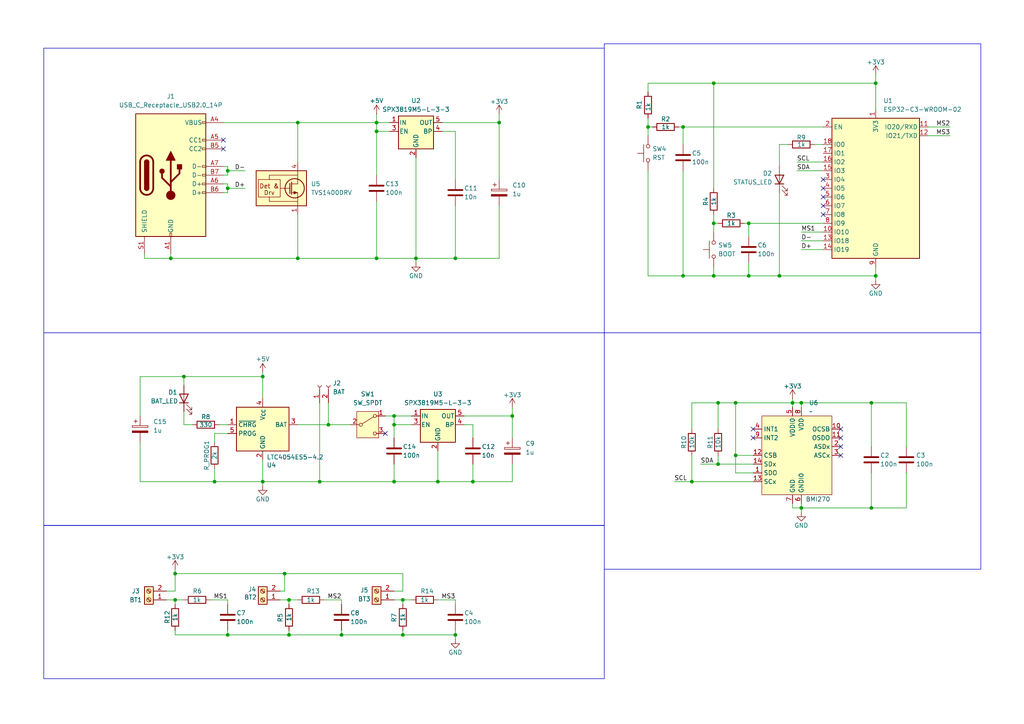
<source format=kicad_sch>
(kicad_sch (version 20231120) (generator "eeschema") (generator_version "8.0")
  (paper "A4")
  (lib_symbols
    (symbol "BMI270:BMI270"
      (property "Reference" "U" (at 5.08 13.97 0))
      (symbol "BMI270_1_1"
        (rectangle (start -10.16 12.7) (end 10.16 -10.16) (fill (type background)))
        (text "BMI270" (at 2.54 -11.43 0) (effects (font (size 1.27 1.27)) (justify left)))
        (pin bidirectional line (at -12.7 -3.81 0) (length 2.54) (name "SDO") (number "1"))
        (pin input line (at 12.7 8.89 180) (length 2.54) (name "OCSB") (number "10"))
        (pin output line (at 12.7 6.35 180) (length 2.54) (name "OSDO") (number "11"))
        (pin output line (at -12.7 1.27 0) (length 2.54) (name "CSB") (number "12"))
        (pin input line (at -12.7 -6.35 0) (length 2.54) (name "SCx") (number "13"))
        (pin bidirectional line (at -12.7 -1.27 0) (length 2.54) (name "SDx") (number "14"))
        (pin bidirectional line (at 12.7 3.81 180) (length 2.54) (name "ASDx") (number "2"))
        (pin bidirectional line (at 12.7 1.27 180) (length 2.54) (name "ASCx") (number "3"))
        (pin bidirectional line (at -12.7 8.89 0) (length 2.54) (name "INT1") (number "4"))
        (pin power_in line (at -1.27 15.24 270) (length 2.54) (name "VDDI0") (number "5"))
        (pin power_in line (at 1.27 -12.7 90) (length 2.54) (name "GNDI0") (number "6"))
        (pin power_in line (at -1.27 -12.7 90) (length 2.54) (name "GND") (number "7"))
        (pin power_in line (at 1.27 15.24 270) (length 2.54) (name "VDD") (number "8"))
        (pin bidirectional line (at -12.7 6.35 0) (length 2.54) (name "INT2") (number "9"))
      )
    )
    (symbol "Battery_Management:LTC4054ES5-4.2"
      (property "Reference" "U" (at -5.842 6.604 0))
      (property "Value" "LTC4054ES5-4.2" (at 1.524 6.604 0))
      (symbol "LTC4054ES5-4.2_0_1"
        (rectangle (start -7.62 5.08) (end 7.62 -7.62) (stroke (width 0.254)) (fill (type background)))
      )
      (symbol "LTC4054ES5-4.2_1_1"
        (pin open_collector line (at -10.16 0 0) (length 2.54) (name "~{CHRG}") (number "1"))
        (pin power_in line (at 0 -10.16 90) (length 2.54) (name "GND") (number "2"))
        (pin power_out line (at 10.16 0 180) (length 2.54) (name "BAT") (number "3"))
        (pin power_in line (at 0 7.62 270) (length 2.54) (name "V_{CC}") (number "4"))
        (pin bidirectional line (at -10.16 -2.54 0) (length 2.54) (name "PROG") (number "5"))
      )
    )
    (symbol "Connector:Conn_01x02_Socket" (pin_names (offset 1.016) hide)
      (property "Reference" "J" (at 0 2.54 0))
      (property "Value" "Conn_01x02_Socket" (at 0 -5.08 0))
      (symbol "Conn_01x02_Socket_1_1"
        (arc (start 0 -2.032) (mid -0.5058 -2.54) (end 0 -3.048) (stroke (width 0.1524)))
        (polyline (pts (xy -1.27 -2.54) (xy -0.508 -2.54)) (stroke (width 0.1524)))
        (polyline (pts (xy -1.27 0) (xy -0.508 0)) (stroke (width 0.1524)))
        (arc (start 0 0.508) (mid -0.5058 0) (end 0 -0.508) (stroke (width 0.1524)))
        (pin passive line (at -5.08 0 0) (length 3.81) (name "Pin_1") (number "1"))
        (pin passive line (at -5.08 -2.54 0) (length 3.81) (name "Pin_2") (number "2"))
      )
    )
    (symbol "Connector:Screw_Terminal_01x02" (pin_names (offset 1.016) hide)
      (property "Reference" "J" (at 0 2.54 0))
      (property "Value" "Screw_Terminal_01x02" (at 0 -5.08 0))
      (symbol "Screw_Terminal_01x02_1_1"
        (rectangle (start -1.27 1.27) (end 1.27 -3.81) (stroke (width 0.254)) (fill (type background)))
        (circle (center 0 -2.54) (radius 0.635) (stroke (width 0.1524)))
        (polyline (pts (xy -0.5334 -2.2098) (xy 0.3302 -3.048)) (stroke (width 0.1524)))
        (polyline (pts (xy -0.5334 0.3302) (xy 0.3302 -0.508)) (stroke (width 0.1524)))
        (polyline (pts (xy -0.3556 -2.032) (xy 0.508 -2.8702)) (stroke (width 0.1524)))
        (polyline (pts (xy -0.3556 0.508) (xy 0.508 -0.3302)) (stroke (width 0.1524)))
        (circle (center 0 0) (radius 0.635) (stroke (width 0.1524)))
        (pin passive line (at -5.08 0 0) (length 3.81) (name "Pin_1") (number "1"))
        (pin passive line (at -5.08 -2.54 0) (length 3.81) (name "Pin_2") (number "2"))
      )
    )
    (symbol "Connector:USB_C_Receptacle_USB2.0_14P" (pin_names (offset 1.016))
      (property "Reference" "J" (at 0 22.225 0))
      (property "Value" "USB_C_Receptacle_USB2.0_14P" (at 0 19.685 0))
      (symbol "USB_C_Receptacle_USB2.0_14P_0_0"
        (rectangle (start -0.254 -17.78) (end 0.254 -16.764))
        (rectangle (start 10.16 -4.826) (end 9.144 -5.334))
        (rectangle (start 10.16 -2.286) (end 9.144 -2.794))
        (rectangle (start 10.16 0.254) (end 9.144 -0.254))
        (rectangle (start 10.16 2.794) (end 9.144 2.286))
        (rectangle (start 10.16 7.874) (end 9.144 7.366))
        (rectangle (start 10.16 10.414) (end 9.144 9.906))
        (rectangle (start 10.16 15.494) (end 9.144 14.986))
      )
      (symbol "USB_C_Receptacle_USB2.0_14P_0_1"
        (rectangle (start -10.16 17.78) (end 10.16 -17.78) (stroke (width 0.254)) (fill (type background)))
        (arc (start -8.89 -3.81) (mid -6.985 -5.7067) (end -5.08 -3.81) (stroke (width 0.508)))
        (arc (start -7.62 -3.81) (mid -6.985 -4.4423) (end -6.35 -3.81) (stroke (width 0.254)))
        (arc (start -7.62 -3.81) (mid -6.985 -4.4423) (end -6.35 -3.81) (stroke (width 0.254)) (fill (type outline)))
        (rectangle (start -7.62 -3.81) (end -6.35 3.81) (stroke (width 0.254)) (fill (type outline)))
        (arc (start -6.35 3.81) (mid -6.985 4.4423) (end -7.62 3.81) (stroke (width 0.254)))
        (arc (start -6.35 3.81) (mid -6.985 4.4423) (end -7.62 3.81) (stroke (width 0.254)) (fill (type outline)))
        (arc (start -5.08 3.81) (mid -6.985 5.7067) (end -8.89 3.81) (stroke (width 0.508)))
        (circle (center -2.54 1.143) (radius 0.635) (stroke (width 0.254)) (fill (type outline)))
        (circle (center 0 -5.842) (radius 1.27) (fill (type outline)))
        (polyline (pts (xy -8.89 -3.81) (xy -8.89 3.81)) (stroke (width 0.508)))
        (polyline (pts (xy -5.08 3.81) (xy -5.08 -3.81)) (stroke (width 0.508)))
        (polyline (pts (xy 0 -5.842) (xy 0 4.318)) (stroke (width 0.508)))
        (polyline (pts (xy 0 -3.302) (xy -2.54 -0.762) (xy -2.54 0.508)) (stroke (width 0.508)))
        (polyline (pts (xy 0 -2.032) (xy 2.54 0.508) (xy 2.54 1.778)) (stroke (width 0.508)))
        (polyline (pts (xy -1.27 4.318) (xy 0 6.858) (xy 1.27 4.318) (xy -1.27 4.318)) (stroke (width 0.254)) (fill (type outline)))
        (rectangle (start 1.905 1.778) (end 3.175 3.048) (stroke (width 0.254)) (fill (type outline)))
      )
      (symbol "USB_C_Receptacle_USB2.0_14P_1_1"
        (pin passive line (at 0 -22.86 90) (length 5.08) (name "GND") (number "A1"))
        (pin passive line (at 0 -22.86 90) (length 5.08) hide (name "GND") (number "A12"))
        (pin passive line (at 15.24 15.24 180) (length 5.08) (name "VBUS") (number "A4"))
        (pin bidirectional line (at 15.24 10.16 180) (length 5.08) (name "CC1") (number "A5"))
        (pin bidirectional line (at 15.24 -2.54 180) (length 5.08) (name "D+") (number "A6"))
        (pin bidirectional line (at 15.24 2.54 180) (length 5.08) (name "D-") (number "A7"))
        (pin passive line (at 15.24 15.24 180) (length 5.08) hide (name "VBUS") (number "A9"))
        (pin passive line (at 0 -22.86 90) (length 5.08) hide (name "GND") (number "B1"))
        (pin passive line (at 0 -22.86 90) (length 5.08) hide (name "GND") (number "B12"))
        (pin passive line (at 15.24 15.24 180) (length 5.08) hide (name "VBUS") (number "B4"))
        (pin bidirectional line (at 15.24 7.62 180) (length 5.08) (name "CC2") (number "B5"))
        (pin bidirectional line (at 15.24 -5.08 180) (length 5.08) (name "D+") (number "B6"))
        (pin bidirectional line (at 15.24 0 180) (length 5.08) (name "D-") (number "B7"))
        (pin passive line (at 15.24 15.24 180) (length 5.08) hide (name "VBUS") (number "B9"))
        (pin passive line (at -7.62 -22.86 90) (length 5.08) (name "SHIELD") (number "S1"))
      )
    )
    (symbol "Device:C" (pin_numbers hide) (pin_names (offset 0.254))
      (property "Reference" "C" (at 0.635 2.54 0))
      (property "Value" "C" (at 0.635 -2.54 0))
      (symbol "C_0_1"
        (polyline (pts (xy -2.032 -0.762) (xy 2.032 -0.762)) (stroke (width 0.508)))
        (polyline (pts (xy -2.032 0.762) (xy 2.032 0.762)) (stroke (width 0.508)))
      )
      (symbol "C_1_1"
        (pin passive line (at 0 3.81 270) (length 2.794) (name "~") (number "1"))
        (pin passive line (at 0 -3.81 90) (length 2.794) (name "~") (number "2"))
      )
    )
    (symbol "Device:C_Polarized" (pin_numbers hide) (pin_names (offset 0.254))
      (property "Reference" "C" (at 0.635 2.54 0))
      (property "Value" "C_Polarized" (at 0.635 -2.54 0))
      (symbol "C_Polarized_0_1"
        (rectangle (start -2.286 0.508) (end 2.286 1.016))
        (polyline (pts (xy -1.778 2.286) (xy -0.762 2.286)))
        (polyline (pts (xy -1.27 2.794) (xy -1.27 1.778)))
        (rectangle (start 2.286 -0.508) (end -2.286 -1.016) (fill (type outline)))
      )
      (symbol "C_Polarized_1_1"
        (pin passive line (at 0 3.81 270) (length 2.794) (name "~") (number "1"))
        (pin passive line (at 0 -3.81 90) (length 2.794) (name "~") (number "2"))
      )
    )
    (symbol "Device:LED" (pin_numbers hide) (pin_names (offset 1.016) hide)
      (property "Reference" "D" (at 0 2.54 0))
      (property "Value" "LED" (at 0 -2.54 0))
      (symbol "LED_0_1"
        (polyline (pts (xy -1.27 -1.27) (xy -1.27 1.27)) (stroke (width 0.254)))
        (polyline (pts (xy -1.27 0) (xy 1.27 0)))
        (polyline (pts (xy 1.27 -1.27) (xy 1.27 1.27) (xy -1.27 0) (xy 1.27 -1.27)) (stroke (width 0.254)))
        (polyline (pts (xy -3.048 -0.762) (xy -4.572 -2.286) (xy -3.81 -2.286) (xy -4.572 -2.286) (xy -4.572 -1.524)))
        (polyline (pts (xy -1.778 -0.762) (xy -3.302 -2.286) (xy -2.54 -2.286) (xy -3.302 -2.286) (xy -3.302 -1.524)))
      )
      (symbol "LED_1_1"
        (pin passive line (at -3.81 0 0) (length 2.54) (name "K") (number "1"))
        (pin passive line (at 3.81 0 180) (length 2.54) (name "A") (number "2"))
      )
    )
    (symbol "Device:R" (pin_numbers hide) (pin_names (offset 0))
      (property "Reference" "R" (at 2.032 0 90))
      (property "Value" "R" (at 0 0 90))
      (symbol "R_0_1"
        (rectangle (start -1.016 -2.54) (end 1.016 2.54) (stroke (width 0.254)))
      )
      (symbol "R_1_1"
        (pin passive line (at 0 3.81 270) (length 1.27) (name "~") (number "1"))
        (pin passive line (at 0 -3.81 90) (length 1.27) (name "~") (number "2"))
      )
    )
    (symbol "Power_Protection:TVS1400DRV" (pin_names (offset 0) hide)
      (property "Reference" "U" (at 2.54 1.27 0))
      (property "Value" "TVS1400DRV" (at 2.54 -1.27 0))
      (symbol "TVS1400DRV_0_0"
        (rectangle (start -11.43 2.54) (end -5.08 -2.54))
        (polyline (pts (xy 0 1.27) (xy -1.778 1.27)))
        (polyline (pts (xy -8.255 -2.54) (xy -8.255 -3.81) (xy 0 -3.81)))
        (polyline (pts (xy -8.255 2.54) (xy -8.255 3.81) (xy 0 3.81)))
        (text "Det &" (at -8.255 0.635 0) (effects (font (size 1.27 1.27))))
        (text "Drv" (at -8.255 -1.27 0) (effects (font (size 1.27 1.27))))
      )
      (symbol "TVS1400DRV_0_1"
        (rectangle (start -12.065 5.08) (end 2.54 -5.08) (stroke (width 0.254)) (fill (type background)))
        (circle (center -0.889 0) (radius 2.794) (stroke (width 0.254)))
        (polyline (pts (xy -2.286 0) (xy -5.08 0)))
        (polyline (pts (xy -2.286 1.397) (xy -2.286 -1.524)) (stroke (width 0.254)))
        (polyline (pts (xy -1.778 1.778) (xy -1.778 -1.778)) (stroke (width 0.254)))
        (polyline (pts (xy 0 -2.54) (xy 0 -5.08)))
        (polyline (pts (xy 0 2.54) (xy 0 1.27)))
        (polyline (pts (xy 0 5.08) (xy 0 2.54)))
        (polyline (pts (xy 0 -2.54) (xy 0 -1.27) (xy -1.778 -1.27)))
        (polyline (pts (xy -0.127 -1.27) (xy -1.143 -1.651) (xy -1.143 -0.889) (xy -0.127 -1.27)) (fill (type outline)))
      )
      (symbol "TVS1400DRV_1_1"
        (pin power_in line (at 0 -7.62 90) (length 2.54) (name "GND") (number "1"))
        (pin passive line (at 0 -7.62 90) (length 2.54) hide (name "GND") (number "2"))
        (pin passive line (at 0 -7.62 90) (length 2.54) hide (name "GND") (number "3"))
        (pin passive line (at 0 7.62 270) (length 2.54) (name "IN") (number "4"))
        (pin passive line (at 0 7.62 270) (length 2.54) hide (name "IN") (number "5"))
        (pin passive line (at 0 7.62 270) (length 2.54) hide (name "IN") (number "6"))
        (pin passive line (at 0 -7.62 90) (length 2.54) hide (name "GND") (number "7"))
      )
    )
    (symbol "RF_Module:ESP32-C3-WROOM-02"
      (property "Reference" "U" (at -12.192 21.336 0))
      (property "Value" "ESP32-C3-WROOM-02" (at 12.192 21.336 0))
      (symbol "ESP32-C3-WROOM-02_1_1"
        (rectangle (start -12.7 20.32) (end 12.7 -20.32) (stroke (width 0.254)) (fill (type background)))
        (pin power_in line (at 0 22.86 270) (length 2.54) (name "3V3") (number "1"))
        (pin bidirectional line (at -15.24 -12.7 0) (length 2.54) (name "IO10") (number "10"))
        (pin bidirectional line (at 15.24 17.78 180) (length 2.54) (name "IO20/RXD") (number "11"))
        (pin bidirectional line (at 15.24 15.24 180) (length 2.54) (name "IO21/TXD") (number "12"))
        (pin bidirectional line (at -15.24 -15.24 0) (length 2.54) (name "IO18") (number "13"))
        (pin bidirectional line (at -15.24 -17.78 0) (length 2.54) (name "IO19") (number "14"))
        (pin bidirectional line (at -15.24 5.08 0) (length 2.54) (name "IO3") (number "15"))
        (pin bidirectional line (at -15.24 7.62 0) (length 2.54) (name "IO2") (number "16"))
        (pin bidirectional line (at -15.24 10.16 0) (length 2.54) (name "IO1") (number "17"))
        (pin bidirectional line (at -15.24 12.7 0) (length 2.54) (name "IO0") (number "18"))
        (pin passive line (at 0 -22.86 90) (length 2.54) hide (name "GND") (number "19"))
        (pin input line (at -15.24 17.78 0) (length 2.54) (name "EN") (number "2"))
        (pin bidirectional line (at -15.24 2.54 0) (length 2.54) (name "IO4") (number "3"))
        (pin bidirectional line (at -15.24 0 0) (length 2.54) (name "IO5") (number "4"))
        (pin bidirectional line (at -15.24 -2.54 0) (length 2.54) (name "IO6") (number "5"))
        (pin bidirectional line (at -15.24 -5.08 0) (length 2.54) (name "IO7") (number "6"))
        (pin bidirectional line (at -15.24 -7.62 0) (length 2.54) (name "IO8") (number "7"))
        (pin bidirectional line (at -15.24 -10.16 0) (length 2.54) (name "IO9") (number "8"))
        (pin power_in line (at 0 -22.86 90) (length 2.54) (name "GND") (number "9"))
      )
    )
    (symbol "Regulator_Linear:SPX3819M5-L-3-3" (pin_names (offset 0.254))
      (property "Reference" "U" (at -3.81 5.715 0))
      (property "Value" "SPX3819M5-L-3-3" (at 0 5.715 0))
      (symbol "SPX3819M5-L-3-3_0_1"
        (rectangle (start -5.08 4.445) (end 5.08 -5.08) (stroke (width 0.254)) (fill (type background)))
      )
      (symbol "SPX3819M5-L-3-3_1_1"
        (pin power_in line (at -7.62 2.54 0) (length 2.54) (name "IN") (number "1"))
        (pin power_in line (at 0 -7.62 90) (length 2.54) (name "GND") (number "2"))
        (pin input line (at -7.62 0 0) (length 2.54) (name "EN") (number "3"))
        (pin input line (at 7.62 0 180) (length 2.54) (name "BP") (number "4"))
        (pin power_out line (at 7.62 2.54 180) (length 2.54) (name "OUT") (number "5"))
      )
    )
    (symbol "Switch:SW_Push" (pin_numbers hide) (pin_names (offset 1.016) hide)
      (property "Reference" "SW" (at 1.27 2.54 0))
      (property "Value" "SW_Push" (at 0 -1.524 0))
      (symbol "SW_Push_0_1"
        (circle (center -2.032 0) (radius 0.508))
        (polyline (pts (xy 0 1.27) (xy 0 3.048)))
        (polyline (pts (xy 2.54 1.27) (xy -2.54 1.27)))
        (circle (center 2.032 0) (radius 0.508))
        (pin passive line (at -5.08 0 0) (length 2.54) (name "1") (number "1"))
        (pin passive line (at 5.08 0 180) (length 2.54) (name "2") (number "2"))
      )
    )
    (symbol "Switch:SW_SPDT" (pin_names (offset 0) hide)
      (property "Reference" "SW" (at 0 5.08 0))
      (property "Value" "SW_SPDT" (at 0 -5.08 0))
      (symbol "SW_SPDT_0_1"
        (circle (center -2.032 0) (radius 0.4572))
        (polyline (pts (xy -1.651 0.254) (xy 1.651 2.286)))
        (circle (center 2.032 -2.54) (radius 0.4572))
        (circle (center 2.032 2.54) (radius 0.4572))
      )
      (symbol "SW_SPDT_1_1"
        (rectangle (start -3.175 3.81) (end 3.175 -3.81) (fill (type background)))
        (pin passive line (at 5.08 2.54 180) (length 2.54) (name "A") (number "1"))
        (pin passive line (at -5.08 0 0) (length 2.54) (name "B") (number "2"))
        (pin passive line (at 5.08 -2.54 180) (length 2.54) (name "C") (number "3"))
      )
    )
    (symbol "power:GND" (power) (pin_numbers hide) (pin_names (offset 0) hide)
      (property "Value" "GND" (at 0 -3.81 0))
      (symbol "GND_0_1"
        (polyline (pts (xy 0 0) (xy 0 -1.27) (xy 1.27 -1.27) (xy 0 -2.54) (xy -1.27 -1.27) (xy 0 -1.27)))
      )
      (symbol "GND_1_1"
        (pin power_in line (at 0 0 270) (length 0) (name "~") (number "1"))
      )
    )
    (symbol "power:VCC" (power) (pin_numbers hide) (pin_names (offset 0) hide)
      (property "Value" "VCC" (at 0 3.556 0))
      (symbol "VCC_0_1"
        (polyline (pts (xy -0.762 1.27) (xy 0 2.54)))
        (polyline (pts (xy 0 0) (xy 0 2.54)))
        (polyline (pts (xy 0 2.54) (xy 0.762 1.27)))
      )
      (symbol "VCC_1_1"
        (pin power_in line (at 0 0 90) (length 0) (name "~") (number "1"))
      )
    )
  )
  (junction (at 53.34 109.22))
  (junction (at 137.16 139.7))
  (junction (at 187.96 36.83))
  (junction (at 144.78 35.56))
  (junction (at 254 24.13))
  (junction (at 92.71 139.7))
  (junction (at 254 80.01))
  (junction (at 109.22 35.56))
  (junction (at 95.25 123.19))
  (junction (at 109.22 38.1))
  (junction (at 114.3 120.65))
  (junction (at 76.2 139.7))
  (junction (at 114.3 139.7))
  (junction (at 200.66 139.7))
  (junction (at 252.73 147.32))
  (junction (at 232.41 116.84))
  (junction (at 50.8 173.99))
  (junction (at 82.55 166.37))
  (junction (at 127 139.7))
  (junction (at 217.17 64.77))
  (junction (at 114.3 123.19))
  (junction (at 109.22 74.93))
  (junction (at 132.08 74.93))
  (junction (at 213.36 116.84))
  (junction (at 76.2 109.22))
  (junction (at 83.82 173.99))
  (junction (at 66.04 184.15))
  (junction (at 50.8 166.37))
  (junction (at 120.65 74.93))
  (junction (at 207.01 64.77))
  (junction (at 232.41 147.32))
  (junction (at 99.06 184.15))
  (junction (at 226.06 80.01))
  (junction (at 198.12 36.83))
  (junction (at 86.36 74.93))
  (junction (at 86.36 35.56))
  (junction (at 66.04 49.53))
  (junction (at 252.73 116.84))
  (junction (at 207.01 24.13))
  (junction (at 148.59 120.65))
  (junction (at 229.87 116.84))
  (junction (at 132.08 184.15))
  (junction (at 208.28 116.84))
  (junction (at 217.17 80.01))
  (junction (at 62.23 139.7))
  (junction (at 116.84 173.99))
  (junction (at 213.36 132.08))
  (junction (at 207.01 80.01))
  (junction (at 83.82 184.15))
  (junction (at 66.04 54.61))
  (junction (at 116.84 184.15))
  (junction (at 49.53 74.93))
  (junction (at 198.12 80.01))
  (junction (at 208.28 134.62))
  (no_connect (at 238.76 54.61))
  (no_connect (at 243.84 127))
  (no_connect (at 243.84 124.46))
  (no_connect (at 64.77 40.64))
  (no_connect (at 111.76 125.73))
  (no_connect (at 238.76 59.69))
  (no_connect (at 218.44 124.46))
  (no_connect (at 238.76 62.23))
  (no_connect (at 64.77 43.18))
  (no_connect (at 243.84 129.54))
  (no_connect (at 238.76 57.15))
  (no_connect (at 218.44 127))
  (no_connect (at 243.84 132.08))
  (no_connect (at 238.76 52.07))
  (wire (pts (xy 109.22 74.93) (xy 120.65 74.93)))
  (wire (pts (xy 148.59 118.11) (xy 148.59 120.65)))
  (wire (pts (xy 137.16 134.62) (xy 137.16 139.7)))
  (wire (pts (xy 64.77 55.88) (xy 66.04 55.88)))
  (wire (pts (xy 66.04 54.61) (xy 71.12 54.61)))
  (wire (pts (xy 132.08 184.15) (xy 132.08 182.88)))
  (wire (pts (xy 120.65 45.72) (xy 120.65 74.93)))
  (wire (pts (xy 114.3 171.45) (xy 116.84 171.45)))
  (wire (pts (xy 86.36 35.56) (xy 109.22 35.56)))
  (wire (pts (xy 128.27 35.56) (xy 144.78 35.56)))
  (wire (pts (xy 119.38 123.19) (xy 114.3 123.19)))
  (wire (pts (xy 64.77 35.56) (xy 86.36 35.56)))
  (wire (pts (xy 200.66 116.84) (xy 208.28 116.84)))
  (wire (pts (xy 50.8 184.15) (xy 50.8 182.88)))
  (wire (pts (xy 53.34 109.22) (xy 53.34 111.76)))
  (wire (pts (xy 86.36 123.19) (xy 95.25 123.19)))
  (wire (pts (xy 252.73 116.84) (xy 232.41 116.84)))
  (wire (pts (xy 114.3 123.19) (xy 114.3 120.65)))
  (wire (pts (xy 109.22 38.1) (xy 109.22 50.8)))
  (wire (pts (xy 207.01 64.77) (xy 207.01 67.31)))
  (wire (pts (xy 50.8 166.37) (xy 50.8 171.45)))
  (wire (pts (xy 50.8 166.37) (xy 82.55 166.37)))
  (wire (pts (xy 226.06 80.01) (xy 254 80.01)))
  (wire (pts (xy 109.22 35.56) (xy 113.03 35.56)))
  (wire (pts (xy 207.01 62.23) (xy 207.01 64.77)))
  (wire (pts (xy 269.24 39.37) (xy 275.59 39.37)))
  (wire (pts (xy 254 77.47) (xy 254 80.01)))
  (wire (pts (xy 198.12 36.83) (xy 238.76 36.83)))
  (wire (pts (xy 134.62 120.65) (xy 148.59 120.65)))
  (wire (pts (xy 50.8 184.15) (xy 66.04 184.15)))
  (wire (pts (xy 232.41 72.39) (xy 238.76 72.39)))
  (wire (pts (xy 132.08 184.15) (xy 132.08 185.42)))
  (wire (pts (xy 120.65 74.93) (xy 132.08 74.93)))
  (wire (pts (xy 127 139.7) (xy 137.16 139.7)))
  (wire (pts (xy 86.36 74.93) (xy 109.22 74.93)))
  (wire (pts (xy 66.04 49.53) (xy 66.04 48.26)))
  (wire (pts (xy 217.17 76.2) (xy 217.17 80.01)))
  (wire (pts (xy 83.82 173.99) (xy 81.28 173.99)))
  (wire (pts (xy 99.06 184.15) (xy 99.06 182.88)))
  (wire (pts (xy 120.65 74.93) (xy 120.65 76.2)))
  (wire (pts (xy 114.3 120.65) (xy 119.38 120.65)))
  (wire (pts (xy 109.22 35.56) (xy 109.22 33.02)))
  (wire (pts (xy 148.59 120.65) (xy 148.59 127)))
  (wire (pts (xy 137.16 139.7) (xy 148.59 139.7)))
  (wire (pts (xy 114.3 173.99) (xy 116.84 173.99)))
  (wire (pts (xy 116.84 182.88) (xy 116.84 184.15)))
  (wire (pts (xy 99.06 173.99) (xy 99.06 175.26)))
  (wire (pts (xy 66.04 184.15) (xy 83.82 184.15)))
  (wire (pts (xy 83.82 175.26) (xy 83.82 173.99)))
  (wire (pts (xy 82.55 166.37) (xy 82.55 171.45)))
  (wire (pts (xy 262.89 129.54) (xy 262.89 116.84)))
  (wire (pts (xy 187.96 34.29) (xy 187.96 36.83)))
  (wire (pts (xy 203.2 134.62) (xy 208.28 134.62)))
  (wire (pts (xy 229.87 116.84) (xy 232.41 116.84)))
  (wire (pts (xy 144.78 35.56) (xy 144.78 33.02)))
  (wire (pts (xy 198.12 36.83) (xy 198.12 41.91)))
  (wire (pts (xy 187.96 24.13) (xy 187.96 26.67)))
  (wire (pts (xy 208.28 124.46) (xy 208.28 116.84)))
  (wire (pts (xy 41.91 74.93) (xy 49.53 74.93)))
  (wire (pts (xy 228.6 41.91) (xy 226.06 41.91)))
  (wire (pts (xy 208.28 116.84) (xy 213.36 116.84)))
  (wire (pts (xy 207.01 24.13) (xy 207.01 54.61)))
  (wire (pts (xy 83.82 173.99) (xy 86.36 173.99)))
  (wire (pts (xy 200.66 124.46) (xy 200.66 116.84)))
  (wire (pts (xy 64.77 53.34) (xy 66.04 53.34)))
  (wire (pts (xy 252.73 129.54) (xy 252.73 116.84)))
  (wire (pts (xy 200.66 139.7) (xy 218.44 139.7)))
  (wire (pts (xy 226.06 55.88) (xy 226.06 80.01)))
  (wire (pts (xy 132.08 59.69) (xy 132.08 74.93)))
  (wire (pts (xy 187.96 49.53) (xy 187.96 80.01)))
  (wire (pts (xy 231.14 46.99) (xy 238.76 46.99)))
  (wire (pts (xy 116.84 184.15) (xy 132.08 184.15)))
  (wire (pts (xy 41.91 74.93) (xy 41.91 73.66)))
  (wire (pts (xy 132.08 175.26) (xy 132.08 173.99)))
  (wire (pts (xy 66.04 173.99) (xy 66.04 175.26)))
  (wire (pts (xy 252.73 147.32) (xy 232.41 147.32)))
  (wire (pts (xy 187.96 36.83) (xy 187.96 39.37)))
  (wire (pts (xy 232.41 67.31) (xy 238.76 67.31)))
  (wire (pts (xy 208.28 134.62) (xy 208.28 132.08)))
  (wire (pts (xy 76.2 109.22) (xy 76.2 115.57)))
  (wire (pts (xy 132.08 52.07) (xy 132.08 38.1)))
  (wire (pts (xy 66.04 182.88) (xy 66.04 184.15)))
  (wire (pts (xy 236.22 41.91) (xy 238.76 41.91)))
  (wire (pts (xy 99.06 184.15) (xy 116.84 184.15)))
  (wire (pts (xy 217.17 64.77) (xy 238.76 64.77)))
  (wire (pts (xy 207.01 24.13) (xy 254 24.13)))
  (wire (pts (xy 232.41 69.85) (xy 238.76 69.85)))
  (wire (pts (xy 66.04 53.34) (xy 66.04 54.61)))
  (wire (pts (xy 254 80.01) (xy 254 81.28)))
  (wire (pts (xy 229.87 146.05) (xy 229.87 147.32)))
  (wire (pts (xy 232.41 116.84) (xy 232.41 118.11)))
  (wire (pts (xy 50.8 173.99) (xy 50.8 175.26)))
  (wire (pts (xy 226.06 41.91) (xy 226.06 48.26)))
  (wire (pts (xy 262.89 116.84) (xy 252.73 116.84)))
  (wire (pts (xy 76.2 133.35) (xy 76.2 139.7)))
  (wire (pts (xy 269.24 36.83) (xy 275.59 36.83)))
  (wire (pts (xy 198.12 49.53) (xy 198.12 80.01)))
  (wire (pts (xy 49.53 73.66) (xy 49.53 74.93)))
  (wire (pts (xy 213.36 137.16) (xy 213.36 132.08)))
  (wire (pts (xy 262.89 147.32) (xy 262.89 137.16)))
  (wire (pts (xy 76.2 139.7) (xy 76.2 140.97)))
  (wire (pts (xy 64.77 50.8) (xy 66.04 50.8)))
  (wire (pts (xy 218.44 132.08) (xy 213.36 132.08)))
  (wire (pts (xy 229.87 147.32) (xy 232.41 147.32)))
  (wire (pts (xy 66.04 125.73) (xy 62.23 125.73)))
  (wire (pts (xy 93.98 173.99) (xy 99.06 173.99)))
  (wire (pts (xy 148.59 134.62) (xy 148.59 139.7)))
  (wire (pts (xy 62.23 135.89) (xy 62.23 139.7)))
  (wire (pts (xy 218.44 137.16) (xy 213.36 137.16)))
  (wire (pts (xy 53.34 119.38) (xy 53.34 123.19)))
  (wire (pts (xy 116.84 173.99) (xy 119.38 173.99)))
  (wire (pts (xy 82.55 166.37) (xy 116.84 166.37)))
  (wire (pts (xy 66.04 54.61) (xy 66.04 55.88)))
  (wire (pts (xy 109.22 58.42) (xy 109.22 74.93)))
  (wire (pts (xy 62.23 125.73) (xy 62.23 128.27)))
  (wire (pts (xy 232.41 147.32) (xy 232.41 146.05)))
  (wire (pts (xy 53.34 123.19) (xy 55.88 123.19)))
  (wire (pts (xy 217.17 64.77) (xy 215.9 64.77)))
  (wire (pts (xy 63.5 123.19) (xy 66.04 123.19)))
  (wire (pts (xy 132.08 74.93) (xy 144.78 74.93)))
  (wire (pts (xy 76.2 107.95) (xy 76.2 109.22)))
  (wire (pts (xy 229.87 115.57) (xy 229.87 116.84)))
  (wire (pts (xy 217.17 80.01) (xy 226.06 80.01)))
  (wire (pts (xy 50.8 165.1) (xy 50.8 166.37)))
  (wire (pts (xy 207.01 80.01) (xy 217.17 80.01)))
  (wire (pts (xy 252.73 147.32) (xy 262.89 147.32)))
  (wire (pts (xy 40.64 128.27) (xy 40.64 139.7)))
  (wire (pts (xy 76.2 139.7) (xy 92.71 139.7)))
  (wire (pts (xy 254 21.59) (xy 254 24.13)))
  (wire (pts (xy 95.25 123.19) (xy 101.6 123.19)))
  (wire (pts (xy 114.3 134.62) (xy 114.3 139.7)))
  (wire (pts (xy 213.36 116.84) (xy 229.87 116.84)))
  (wire (pts (xy 116.84 173.99) (xy 116.84 175.26)))
  (wire (pts (xy 83.82 184.15) (xy 83.82 182.88)))
  (wire (pts (xy 144.78 35.56) (xy 144.78 52.07)))
  (wire (pts (xy 40.64 120.65) (xy 40.64 109.22)))
  (wire (pts (xy 196.85 36.83) (xy 198.12 36.83)))
  (wire (pts (xy 229.87 118.11) (xy 229.87 116.84)))
  (wire (pts (xy 114.3 139.7) (xy 127 139.7)))
  (wire (pts (xy 137.16 123.19) (xy 134.62 123.19)))
  (wire (pts (xy 116.84 166.37) (xy 116.84 171.45)))
  (wire (pts (xy 200.66 132.08) (xy 200.66 139.7)))
  (wire (pts (xy 49.53 74.93) (xy 86.36 74.93)))
  (wire (pts (xy 109.22 35.56) (xy 109.22 38.1)))
  (wire (pts (xy 86.36 35.56) (xy 86.36 46.99)))
  (wire (pts (xy 109.22 38.1) (xy 113.03 38.1)))
  (wire (pts (xy 213.36 132.08) (xy 213.36 116.84)))
  (wire (pts (xy 127 173.99) (xy 132.08 173.99)))
  (wire (pts (xy 198.12 80.01) (xy 207.01 80.01)))
  (wire (pts (xy 92.71 139.7) (xy 114.3 139.7)))
  (wire (pts (xy 66.04 50.8) (xy 66.04 49.53)))
  (wire (pts (xy 83.82 184.15) (xy 99.06 184.15)))
  (wire (pts (xy 86.36 62.23) (xy 86.36 74.93)))
  (wire (pts (xy 40.64 109.22) (xy 53.34 109.22)))
  (wire (pts (xy 252.73 137.16) (xy 252.73 147.32)))
  (wire (pts (xy 81.28 171.45) (xy 82.55 171.45)))
  (wire (pts (xy 40.64 139.7) (xy 62.23 139.7)))
  (wire (pts (xy 254 24.13) (xy 254 31.75)))
  (wire (pts (xy 187.96 36.83) (xy 189.23 36.83)))
  (wire (pts (xy 50.8 173.99) (xy 53.34 173.99)))
  (wire (pts (xy 60.96 173.99) (xy 66.04 173.99)))
  (wire (pts (xy 114.3 123.19) (xy 114.3 127)))
  (wire (pts (xy 144.78 74.93) (xy 144.78 59.69)))
  (wire (pts (xy 66.04 49.53) (xy 71.12 49.53)))
  (wire (pts (xy 66.04 48.26) (xy 64.77 48.26)))
  (wire (pts (xy 207.01 64.77) (xy 208.28 64.77)))
  (wire (pts (xy 217.17 68.58) (xy 217.17 64.77)))
  (wire (pts (xy 208.28 134.62) (xy 218.44 134.62)))
  (wire (pts (xy 127 130.81) (xy 127 139.7)))
  (wire (pts (xy 132.08 38.1) (xy 128.27 38.1)))
  (wire (pts (xy 95.25 116.84) (xy 95.25 123.19)))
  (wire (pts (xy 62.23 139.7) (xy 76.2 139.7)))
  (wire (pts (xy 48.26 173.99) (xy 50.8 173.99)))
  (wire (pts (xy 111.76 120.65) (xy 114.3 120.65)))
  (wire (pts (xy 232.41 147.32) (xy 232.41 148.59)))
  (wire (pts (xy 207.01 24.13) (xy 187.96 24.13)))
  (wire (pts (xy 195.58 139.7) (xy 200.66 139.7)))
  (wire (pts (xy 48.26 171.45) (xy 50.8 171.45)))
  (wire (pts (xy 187.96 80.01) (xy 198.12 80.01)))
  (wire (pts (xy 92.71 116.84) (xy 92.71 139.7)))
  (wire (pts (xy 137.16 127) (xy 137.16 123.19)))
  (wire (pts (xy 231.14 49.53) (xy 238.76 49.53)))
  (wire (pts (xy 207.01 77.47) (xy 207.01 80.01)))
  (wire (pts (xy 53.34 109.22) (xy 76.2 109.22)))
  (rectangle (start 12.7 13.97) (end 175.26 96.52))
  (rectangle (start 175.26 96.52) (end 284.48 165.1))
  (rectangle (start 175.26 12.7) (end 284.48 96.52))
  (rectangle (start 12.7 152.4) (end 175.26 196.85))
  (rectangle (start 12.7 96.52) (end 175.26 152.4))
  (label "SCL" (at 231.14 46.99 0))
  (label "SDA" (at 203.2 134.62 0))
  (label "D-" (at 232.41 69.85 0))
  (label "SCL" (at 195.58 139.7 0))
  (label "D+" (at 232.41 72.39 0))
  (label "D+" (at 71.12 54.61 180))
  (label "MS3" (at 275.59 39.37 180))
  (label "MS1" (at 232.41 67.31 0))
  (label "MS3" (at 132.08 173.99 180))
  (label "D-" (at 71.12 49.53 180))
  (label "SDA" (at 231.14 49.53 0))
  (label "MS1" (at 66.04 173.99 180))
  (label "MS2" (at 275.59 36.83 180))
  (label "MS2" (at 99.06 173.99 180))
  (symbol (lib_id "Switch:SW_SPDT") (at 106.68 123.19 0) (unit 1)
    (property "Reference" "SW1" (at 106.68 114.3 0))
    (property "Value" "SW_SPDT" (at 106.68 116.84 0))
    (property "Footprint" "Button_Switch_THT:SW_Slide_SPDT_Angled_CK_OS102011MA1Q" (effects (hide yes)))
    (property "Description" "Switch, single pole double throw" (effects (hide yes)))
  )
  (symbol (lib_id "Device:C") (at 252.73 133.35 0) (unit 1)
    (property "Reference" "C2" (at 255.27 132.08 0) (effects (justify left)))
    (property "Value" "100n" (at 255.27 134.62 0) (effects (justify left)))
    (property "Footprint" "Capacitor_SMD:C_0603_1608Metric" (effects (hide yes)))
    (property "Description" "Unpolarized capacitor" (effects (hide yes)))
  )
  (symbol (lib_id "power:VCC") (at 109.22 33.02 0) (unit 1)
    (property "Reference" "#PWR3" (effects (hide yes)))
    (property "Value" "+5V" (at 109.22 29.21 0))
    (property "Description" "Power symbol creates a global label with name \"VCC\"" (effects (hide yes)))
  )
  (symbol (lib_id "power:GND") (at 76.2 140.97 0) (unit 1)
    (property "Reference" "#PWR11" (effects (hide yes)))
    (property "Value" "GND" (at 76.2 144.78 0))
    (property "Description" "Power symbol creates a global label with name \"GND\" , ground" (effects (hide yes)))
  )
  (symbol (lib_id "Device:C") (at 66.04 179.07 0) (unit 1)
    (property "Reference" "C7" (at 68.58 177.8 0) (effects (justify left)))
    (property "Value" "100n" (at 68.58 180.34 0) (effects (justify left)))
    (property "Footprint" "Capacitor_SMD:C_0603_1608Metric" (effects (hide yes)))
    (property "Description" "Unpolarized capacitor" (effects (hide yes)))
  )
  (symbol (lib_id "Connector:Screw_Terminal_01x02") (at 109.22 173.99 180) (unit 1)
    (property "Reference" "J5" (at 105.664 171.196 0))
    (property "Value" "BT3" (at 105.664 173.736 0))
    (property "Footprint" "TerminalBlock_Phoenix:TerminalBlock_Phoenix_MPT-0,5-2-2.54_1x02_P2.54mm_Horizontal" (effects (hide yes)))
    (property "Description" "Generic screw terminal, single row, 01x02, script generated (kicad-library-utils/schlib/autogen/connector/)" (effects (hide yes)))
  )
  (symbol (lib_id "Device:C") (at 109.22 54.61 0) (unit 1)
    (property "Reference" "C13" (at 111.76 53.34 0) (effects (justify left)))
    (property "Value" "100n" (at 111.76 55.88 0) (effects (justify left)))
    (property "Footprint" "Capacitor_SMD:C_0603_1608Metric" (effects (hide yes)))
    (property "Description" "Unpolarized capacitor" (effects (hide yes)))
  )
  (symbol (lib_id "power:GND") (at 132.08 185.42 0) (unit 1)
    (property "Reference" "#PWR9" (effects (hide yes)))
    (property "Value" "GND" (at 132.08 189.23 0))
    (property "Description" "Power symbol creates a global label with name \"GND\" , ground" (effects (hide yes)))
  )
  (symbol (lib_id "Device:R") (at 62.23 132.08 0) (unit 1)
    (property "Reference" "R_PROG1" (at 59.944 132.08 90))
    (property "Value" "2k" (at 62.23 132.08 90))
    (property "Footprint" "Resistor_SMD:R_0603_1608Metric" (effects (hide yes)))
    (property "Description" "Resistor" (effects (hide yes)))
  )
  (symbol (lib_id "power:VCC") (at 229.87 115.57 0) (unit 1)
    (property "Reference" "#PWR13" (effects (hide yes)))
    (property "Value" "+3V3" (at 229.87 112.014 0))
    (property "Description" "Power symbol creates a global label with name \"VCC\"" (effects (hide yes)))
  )
  (symbol (lib_id "power:GND") (at 120.65 76.2 0) (unit 1)
    (property "Reference" "#PWR1" (effects (hide yes)))
    (property "Value" "GND" (at 120.65 80.01 0))
    (property "Description" "Power symbol creates a global label with name \"GND\" , ground" (effects (hide yes)))
  )
  (symbol (lib_id "power:VCC") (at 148.59 118.11 0) (unit 1)
    (property "Reference" "#PWR12" (effects (hide yes)))
    (property "Value" "+3V3" (at 148.59 114.554 0))
    (property "Description" "Power symbol creates a global label with name \"VCC\"" (effects (hide yes)))
  )
  (symbol (lib_id "Connector:Screw_Terminal_01x02") (at 43.18 173.99 180) (unit 1)
    (property "Reference" "J3" (at 39.37 171.45 0))
    (property "Value" "BT1" (at 39.37 173.99 0))
    (property "Footprint" "TerminalBlock_Phoenix:TerminalBlock_Phoenix_MPT-0,5-2-2.54_1x02_P2.54mm_Horizontal" (effects (hide yes)))
    (property "Description" "Generic screw terminal, single row, 01x02, script generated (kicad-library-utils/schlib/autogen/connector/)" (effects (hide yes)))
  )
  (symbol (lib_id "Device:LED") (at 226.06 52.07 90) (unit 1)
    (property "Reference" "D2" (at 221.234 50.292 90) (effects (justify right)))
    (property "Value" "STATUS_LED" (at 212.598 52.832 90) (effects (justify right)))
    (property "Footprint" "LED_THT:LED_D1.8mm_W1.8mm_H2.4mm_Horizontal_O1.27mm_Z1.6mm" (effects (hide yes)))
    (property "Description" "Light emitting diode" (effects (hide yes)))
  )
  (symbol (lib_id "Device:R") (at 50.8 179.07 0) (unit 1)
    (property "Reference" "R12" (at 48.514 177.038 90) (effects (justify right)))
    (property "Value" "1k" (at 50.8 177.8 90) (effects (justify right)))
    (property "Footprint" "Resistor_SMD:R_0603_1608Metric" (effects (hide yes)))
    (property "Description" "Resistor" (effects (hide yes)))
  )
  (symbol (lib_id "Device:C_Polarized") (at 144.78 55.88 0) (unit 1)
    (property "Reference" "C10" (at 148.59 53.7209 0) (effects (justify left)))
    (property "Value" "1u" (at 148.59 56.2609 0) (effects (justify left)))
    (property "Footprint" "Capacitor_SMD:C_0805_2012Metric" (effects (hide yes)))
    (property "Description" "Polarized capacitor" (effects (hide yes)))
  )
  (symbol (lib_id "Connector:USB_C_Receptacle_USB2.0_14P") (at 49.53 50.8 0) (unit 1)
    (property "Reference" "J1" (at 49.53 27.94 0))
    (property "Value" "USB_C_Receptacle_USB2.0_14P" (at 49.53 30.48 0))
    (property "Footprint" "Connector_USB:USB_C_Receptacle_GCT_USB4110" (effects (hide yes)))
    (property "Datasheet" "https://www.usb.org/sites/default/files/documents/usb_type-c.zip" (effects (hide yes)))
    (property "Description" "USB 2.0-only 14P Type-C Receptacle connector" (effects (hide yes)))
  )
  (symbol (lib_id "power:VCC") (at 144.78 33.02 0) (unit 1)
    (property "Reference" "#PWR2" (effects (hide yes)))
    (property "Value" "+3V3" (at 144.78 29.464 0))
    (property "Description" "Power symbol creates a global label with name \"VCC\"" (effects (hide yes)))
  )
  (symbol (lib_id "Device:C_Polarized") (at 40.64 124.46 0) (unit 1)
    (property "Reference" "C15" (at 44.45 122.3009 0) (effects (justify left)))
    (property "Value" "1u" (at 44.45 124.8409 0) (effects (justify left)))
    (property "Footprint" "Capacitor_SMD:C_0805_2012Metric" (effects (hide yes)))
    (property "Description" "Polarized capacitor" (effects (hide yes)))
  )
  (symbol (lib_id "Device:C") (at 262.89 133.35 0) (unit 1)
    (property "Reference" "C3" (at 265.684 132.08 0) (effects (justify left)))
    (property "Value" "100n" (at 265.684 134.62 0) (effects (justify left)))
    (property "Footprint" "Capacitor_SMD:C_0603_1608Metric" (effects (hide yes)))
    (property "Description" "Unpolarized capacitor" (effects (hide yes)))
  )
  (symbol (lib_id "BMI270:BMI270") (at 231.14 133.35 0) (unit 1)
    (property "Reference" "U6" (at 234.6041 116.84 0) (effects (justify left)))
    (property "Value" "~" (at 234.6041 119.38 0) (effects (justify left)))
    (property "Footprint" "Package_LGA:Bosch_LGA-14_3x2.5mm_P0.5mm" (effects (hide yes)))
    (property "Datasheet" "https://www.bosch-sensortec.com/media/boschsensortec/downloads/datasheets/bst-bmi270-ds000.pdf" (effects (hide yes)))
  )
  (symbol (lib_id "Device:C") (at 217.17 72.39 0) (unit 1)
    (property "Reference" "C6" (at 219.71 71.12 0) (effects (justify left)))
    (property "Value" "100n" (at 219.71 73.66 0) (effects (justify left)))
    (property "Footprint" "Capacitor_SMD:C_0603_1608Metric" (effects (hide yes)))
    (property "Description" "Unpolarized capacitor" (effects (hide yes)))
  )
  (symbol (lib_id "Switch:SW_Push") (at 187.96 44.45 90) (unit 1)
    (property "Reference" "SW4" (at 189.23 43.1799 90) (effects (justify right)))
    (property "Value" "RST" (at 189.23 45.7199 90) (effects (justify right)))
    (property "Footprint" "Button_Switch_SMD:SW_Push_1P1T_NO_CK_KMR2" (effects (hide yes)))
    (property "Description" "Push button switch, generic, two pins" (effects (hide yes)))
  )
  (symbol (lib_id "Battery_Management:LTC4054ES5-4.2") (at 76.2 123.19 0) (unit 1)
    (property "Reference" "U4" (at 78.74 134.874 0))
    (property "Value" "LTC4054ES5-4.2" (at 85.598 132.588 0))
    (property "Footprint" "Package_TO_SOT_SMD:TSOT-23-5" (effects (hide yes)))
    (property "Datasheet" "https://www.analog.com/media/en/technical-documentation/data-sheets/405442xf.pdf" (effects (hide yes)))
    (property "Description" "Constant-current/constant-voltage linear charger for single cell lithium-ion batteries with 2.9V Trickle Charge, 4.5V to 6.5V VDD, -40 to +85 degree Celsius, TSOT-23-5" (effects (hide yes)))
  )
  (symbol (lib_id "Device:R") (at 200.66 128.27 0) (unit 1)
    (property "Reference" "R10" (at 198.374 128.27 90))
    (property "Value" "10k" (at 200.66 128.27 90))
    (property "Footprint" "Resistor_SMD:R_0603_1608Metric" (effects (hide yes)))
    (property "Description" "Resistor" (effects (hide yes)))
  )
  (symbol (lib_id "Device:R") (at 90.17 173.99 90) (unit 1)
    (property "Reference" "R13" (at 88.9 171.45 90) (effects (justify right)))
    (property "Value" "1k" (at 88.9 173.99 90) (effects (justify right)))
    (property "Footprint" "Resistor_SMD:R_0603_1608Metric" (effects (hide yes)))
    (property "Description" "Resistor" (effects (hide yes)))
  )
  (symbol (lib_id "Device:C") (at 198.12 45.72 0) (unit 1)
    (property "Reference" "C5" (at 200.66 44.45 0) (effects (justify left)))
    (property "Value" "100n" (at 200.66 46.99 0) (effects (justify left)))
    (property "Footprint" "Capacitor_SMD:C_0603_1608Metric" (effects (hide yes)))
    (property "Description" "Unpolarized capacitor" (effects (hide yes)))
  )
  (symbol (lib_id "Device:C") (at 132.08 55.88 0) (unit 1)
    (property "Reference" "C11" (at 134.62 54.61 0) (effects (justify left)))
    (property "Value" "10n" (at 134.62 57.15 0) (effects (justify left)))
    (property "Footprint" "Capacitor_SMD:C_0603_1608Metric" (effects (hide yes)))
    (property "Description" "Unpolarized capacitor" (effects (hide yes)))
  )
  (symbol (lib_id "Device:C") (at 137.16 130.81 0) (unit 1)
    (property "Reference" "C12" (at 139.7 129.54 0) (effects (justify left)))
    (property "Value" "10n" (at 139.7 132.08 0) (effects (justify left)))
    (property "Footprint" "Capacitor_SMD:C_0603_1608Metric" (effects (hide yes)))
    (property "Description" "Unpolarized capacitor" (effects (hide yes)))
  )
  (symbol (lib_id "power:VCC") (at 50.8 165.1 0) (unit 1)
    (property "Reference" "#PWR8" (effects (hide yes)))
    (property "Value" "+3V3" (at 50.8 161.544 0))
    (property "Description" "Power symbol creates a global label with name \"VCC\"" (effects (hide yes)))
  )
  (symbol (lib_id "Connector:Conn_01x02_Socket") (at 92.71 111.76 90) (unit 1)
    (property "Reference" "J2" (at 96.52 111.1249 90) (effects (justify right)))
    (property "Value" "BAT" (at 96.52 113.6649 90) (effects (justify right)))
    (property "Footprint" "Connector_JST:JST_PH_B2B-PH-K_1x02_P2.00mm_Vertical" (effects (hide yes)))
    (property "Description" "Generic connector, single row, 01x02, script generated" (effects (hide yes)))
  )
  (symbol (lib_id "Power_Protection:TVS1400DRV") (at 86.36 54.61 0) (unit 1)
    (property "Reference" "U5" (at 90.17 53.3399 0) (effects (justify left)))
    (property "Value" "TVS1400DRV" (at 90.17 55.8799 0) (effects (justify left)))
    (property "Footprint" "Package_SON:WSON-6-1EP_2x2mm_P0.65mm_EP1x1.6mm" (effects (hide yes)))
    (property "Datasheet" "http://www.ti.com/lit/ds/symlink/tvs1400.pdf" (effects (hide yes)))
    (property "Description" "Flat-Clamp Surge Protection Device. 14Vrwm, WSON-6" (effects (hide yes)))
  )
  (symbol (lib_id "Device:R") (at 208.28 128.27 0) (unit 1)
    (property "Reference" "R11" (at 205.994 128.27 90))
    (property "Value" "10k" (at 208.28 128.27 90))
    (property "Footprint" "Resistor_SMD:R_0603_1608Metric" (effects (hide yes)))
    (property "Description" "Resistor" (effects (hide yes)))
  )
  (symbol (lib_id "Device:R") (at 83.82 179.07 0) (unit 1)
    (property "Reference" "R5" (at 81.28 177.8 90) (effects (justify right)))
    (property "Value" "1k" (at 83.82 177.8 90) (effects (justify right)))
    (property "Footprint" "Resistor_SMD:R_0603_1608Metric" (effects (hide yes)))
    (property "Description" "Resistor" (effects (hide yes)))
  )
  (symbol (lib_id "Device:R") (at 207.01 58.42 0) (unit 1)
    (property "Reference" "R4" (at 204.724 58.42 90))
    (property "Value" "1k" (at 207.01 58.42 90))
    (property "Footprint" "Resistor_SMD:R_0603_1608Metric" (effects (hide yes)))
    (property "Description" "Resistor" (effects (hide yes)))
  )
  (symbol (lib_id "Device:C") (at 114.3 130.81 0) (unit 1)
    (property "Reference" "C14" (at 116.84 129.54 0) (effects (justify left)))
    (property "Value" "100n" (at 116.84 132.08 0) (effects (justify left)))
    (property "Footprint" "Capacitor_SMD:C_0603_1608Metric" (effects (hide yes)))
    (property "Description" "Unpolarized capacitor" (effects (hide yes)))
  )
  (symbol (lib_id "Device:R") (at 116.84 179.07 0) (unit 1)
    (property "Reference" "R7" (at 114.3 177.8 90) (effects (justify right)))
    (property "Value" "1k" (at 116.84 177.8 90) (effects (justify right)))
    (property "Footprint" "Resistor_SMD:R_0603_1608Metric" (effects (hide yes)))
    (property "Description" "Resistor" (effects (hide yes)))
  )
  (symbol (lib_id "Device:R") (at 212.09 64.77 270) (unit 1)
    (property "Reference" "R3" (at 212.09 62.484 90))
    (property "Value" "1k" (at 212.09 64.77 90))
    (property "Footprint" "Resistor_SMD:R_0603_1608Metric" (effects (hide yes)))
    (property "Description" "Resistor" (effects (hide yes)))
  )
  (symbol (lib_id "Device:R") (at 232.41 41.91 90) (unit 1)
    (property "Reference" "R9" (at 232.41 39.878 90))
    (property "Value" "1k" (at 232.41 41.91 90))
    (property "Footprint" "Resistor_SMD:R_0603_1608Metric" (effects (hide yes)))
    (property "Description" "Resistor" (effects (hide yes)))
  )
  (symbol (lib_id "power:GND") (at 254 81.28 0) (unit 1)
    (property "Reference" "#PWR6" (effects (hide yes)))
    (property "Value" "GND" (at 254 85.09 0))
    (property "Description" "Power symbol creates a global label with name \"GND\" , ground" (effects (hide yes)))
  )
  (symbol (lib_id "Regulator_Linear:SPX3819M5-L-3-3") (at 120.65 38.1 0) (unit 1)
    (property "Reference" "U2" (at 120.65 29.21 0))
    (property "Value" "SPX3819M5-L-3-3" (at 120.65 31.75 0))
    (property "Footprint" "Package_TO_SOT_SMD:SOT-23-5" (effects (hide yes)))
    (property "Datasheet" "https://www.exar.com/content/document.ashx?id=22106&languageid=1033&type=Datasheet&partnumber=SPX3819&filename=SPX3819.pdf&part=SPX3819" (effects (hide yes)))
    (property "Description" "500mA Low drop-out regulator, Fixed Output 3.3V, SOT-23-5" (effects (hide yes)))
  )
  (symbol (lib_id "power:VCC") (at 254 21.59 0) (unit 1)
    (property "Reference" "#PWR7" (effects (hide yes)))
    (property "Value" "+3V3" (at 254 18.034 0))
    (property "Description" "Power symbol creates a global label with name \"VCC\"" (effects (hide yes)))
  )
  (symbol (lib_id "power:GND") (at 232.41 148.59 0) (unit 1)
    (property "Reference" "#PWR14" (effects (hide yes)))
    (property "Value" "GND" (at 232.41 152.4 0))
    (property "Description" "Power symbol creates a global label with name \"GND\" , ground" (effects (hide yes)))
  )
  (symbol (lib_id "power:VCC") (at 76.2 107.95 0) (unit 1)
    (property "Reference" "#PWR10" (effects (hide yes)))
    (property "Value" "+5V" (at 76.2 104.14 0))
    (property "Description" "Power symbol creates a global label with name \"VCC\"" (effects (hide yes)))
  )
  (symbol (lib_id "Device:R") (at 187.96 30.48 180) (unit 1)
    (property "Reference" "R1" (at 185.42 31.75 90) (effects (justify right)))
    (property "Value" "1k" (at 187.96 32.258 90) (effects (justify right)))
    (property "Footprint" "Resistor_SMD:R_0603_1608Metric" (effects (hide yes)))
    (property "Description" "Resistor" (effects (hide yes)))
  )
  (symbol (lib_id "Device:R") (at 57.15 173.99 90) (unit 1)
    (property "Reference" "R6" (at 55.88 171.45 90) (effects (justify right)))
    (property "Value" "1k" (at 55.88 173.99 90) (effects (justify right)))
    (property "Footprint" "Resistor_SMD:R_0603_1608Metric" (effects (hide yes)))
    (property "Description" "Resistor" (effects (hide yes)))
  )
  (symbol (lib_id "Device:R") (at 59.69 123.19 270) (unit 1)
    (property "Reference" "R8" (at 59.69 120.904 90))
    (property "Value" "330" (at 59.69 123.19 90))
    (property "Footprint" "Resistor_SMD:R_0603_1608Metric" (effects (hide yes)))
    (property "Description" "Resistor" (effects (hide yes)))
  )
  (symbol (lib_id "RF_Module:ESP32-C3-WROOM-02") (at 254 54.61 0) (unit 1)
    (property "Reference" "U1" (at 256.1941 29.21 0) (effects (justify left)))
    (property "Value" "ESP32-C3-WROOM-02" (at 256.1941 31.75 0) (effects (justify left)))
    (property "Footprint" "RF_Module:ESP32-C3-WROOM-02" (effects (hide yes)))
    (property "Datasheet" "https://www.espressif.com/sites/default/files/documentation/esp32-c3-wroom-02_datasheet_en.pdf" (effects (hide yes)))
    (property "Description" "802.11 b/g/n Wi­Fi and Bluetooth 5 module, ESP32­C3 SoC, RISC­V microprocessor, On-board antenna" (effects (hide yes)))
  )
  (symbol (lib_id "Device:C_Polarized") (at 148.59 130.81 0) (unit 1)
    (property "Reference" "C9" (at 152.4 128.6509 0) (effects (justify left)))
    (property "Value" "1u" (at 152.4 131.1909 0) (effects (justify left)))
    (property "Footprint" "Capacitor_SMD:C_0805_2012Metric" (effects (hide yes)))
    (property "Description" "Polarized capacitor" (effects (hide yes)))
  )
  (symbol (lib_id "Device:LED") (at 53.34 115.57 90) (unit 1)
    (property "Reference" "D1" (at 48.768 113.792 90) (effects (justify right)))
    (property "Value" "BAT_LED" (at 43.688 116.332 90) (effects (justify right)))
    (property "Footprint" "LED_THT:LED_D1.8mm_W1.8mm_H2.4mm_Horizontal_O1.27mm_Z1.6mm" (effects (hide yes)))
    (property "Description" "Light emitting diode" (effects (hide yes)))
  )
  (symbol (lib_id "Device:R") (at 193.04 36.83 270) (unit 1)
    (property "Reference" "R2" (at 193.04 34.544 90))
    (property "Value" "1k" (at 193.04 36.83 90))
    (property "Footprint" "Resistor_SMD:R_0603_1608Metric" (effects (hide yes)))
    (property "Description" "Resistor" (effects (hide yes)))
  )
  (symbol (lib_id "Device:C") (at 132.08 179.07 0) (unit 1)
    (property "Reference" "C4" (at 134.62 177.8 0) (effects (justify left)))
    (property "Value" "100n" (at 134.62 180.34 0) (effects (justify left)))
    (property "Footprint" "Capacitor_SMD:C_0603_1608Metric" (effects (hide yes)))
    (property "Description" "Unpolarized capacitor" (effects (hide yes)))
  )
  (symbol (lib_id "Connector:Screw_Terminal_01x02") (at 76.2 173.99 180) (unit 1)
    (property "Reference" "J4" (at 73.152 170.942 0))
    (property "Value" "BT2" (at 72.644 173.228 0))
    (property "Footprint" "TerminalBlock_Phoenix:TerminalBlock_Phoenix_MPT-0,5-2-2.54_1x02_P2.54mm_Horizontal" (effects (hide yes)))
    (property "Description" "Generic screw terminal, single row, 01x02, script generated (kicad-library-utils/schlib/autogen/connector/)" (effects (hide yes)))
  )
  (symbol (lib_id "Regulator_Linear:SPX3819M5-L-3-3") (at 127 123.19 0) (unit 1)
    (property "Reference" "U3" (at 127 114.3 0))
    (property "Value" "SPX3819M5-L-3-3" (at 127 116.84 0))
    (property "Footprint" "Package_TO_SOT_SMD:SOT-23-5" (effects (hide yes)))
    (property "Datasheet" "https://www.exar.com/content/document.ashx?id=22106&languageid=1033&type=Datasheet&partnumber=SPX3819&filename=SPX3819.pdf&part=SPX3819" (effects (hide yes)))
    (property "Description" "500mA Low drop-out regulator, Fixed Output 3.3V, SOT-23-5" (effects (hide yes)))
  )
  (symbol (lib_id "Device:C") (at 99.06 179.07 0) (unit 1)
    (property "Reference" "C8" (at 101.6 177.8 0) (effects (justify left)))
    (property "Value" "100n" (at 101.6 180.34 0) (effects (justify left)))
    (property "Footprint" "Capacitor_SMD:C_0603_1608Metric" (effects (hide yes)))
    (property "Description" "Unpolarized capacitor" (effects (hide yes)))
  )
  (symbol (lib_id "Switch:SW_Push") (at 207.01 72.39 90) (unit 1)
    (property "Reference" "SW5" (at 208.28 71.1199 90) (effects (justify right)))
    (property "Value" "BOOT" (at 208.28 73.6599 90) (effects (justify right)))
    (property "Footprint" "Button_Switch_SMD:SW_Push_1P1T_NO_CK_KMR2" (effects (hide yes)))
    (property "Description" "Push button switch, generic, two pins" (effects (hide yes)))
  )
  (symbol (lib_id "Device:R") (at 123.19 173.99 90) (unit 1)
    (property "Reference" "R14" (at 121.92 171.45 90) (effects (justify right)))
    (property "Value" "1k" (at 121.92 173.99 90) (effects (justify right)))
    (property "Footprint" "Resistor_SMD:R_0603_1608Metric" (effects (hide yes)))
    (property "Description" "Resistor" (effects (hide yes)))
  )
)
</source>
